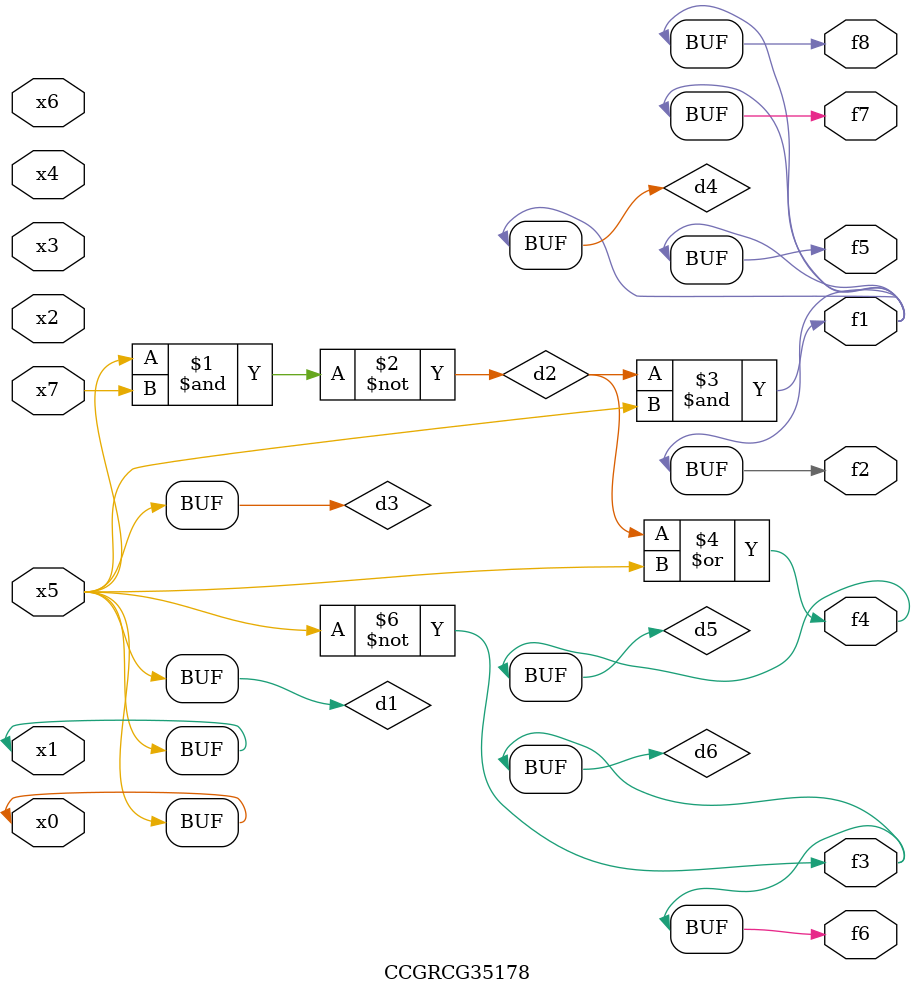
<source format=v>
module CCGRCG35178(
	input x0, x1, x2, x3, x4, x5, x6, x7,
	output f1, f2, f3, f4, f5, f6, f7, f8
);

	wire d1, d2, d3, d4, d5, d6;

	buf (d1, x0, x5);
	nand (d2, x5, x7);
	buf (d3, x0, x1);
	and (d4, d2, d3);
	or (d5, d2, d3);
	nor (d6, d1, d3);
	assign f1 = d4;
	assign f2 = d4;
	assign f3 = d6;
	assign f4 = d5;
	assign f5 = d4;
	assign f6 = d6;
	assign f7 = d4;
	assign f8 = d4;
endmodule

</source>
